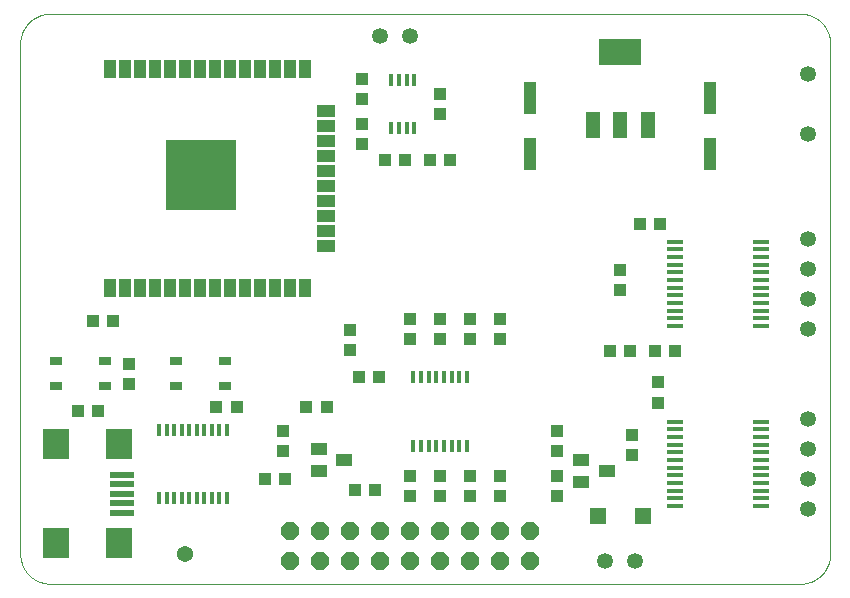
<source format=gts>
G75*
%MOIN*%
%OFA0B0*%
%FSLAX25Y25*%
%IPPOS*%
%LPD*%
%AMOC8*
5,1,8,0,0,1.08239X$1,22.5*
%
%ADD10C,0.00000*%
%ADD11C,0.05400*%
%ADD12R,0.03937X0.04331*%
%ADD13R,0.04331X0.03937*%
%ADD14R,0.04134X0.02559*%
%ADD15R,0.08661X0.09843*%
%ADD16R,0.07874X0.01969*%
%ADD17R,0.03937X0.05906*%
%ADD18R,0.05906X0.03937*%
%ADD19R,0.23622X0.23622*%
%ADD20R,0.04800X0.08800*%
%ADD21R,0.14173X0.08661*%
%ADD22R,0.05512X0.03937*%
%ADD23C,0.05315*%
%ADD24R,0.05512X0.05512*%
%ADD25R,0.03937X0.11024*%
%ADD26R,0.01200X0.03900*%
%ADD27OC8,0.06000*%
%ADD28R,0.05500X0.01370*%
%ADD29R,0.01500X0.04303*%
%ADD30R,0.01370X0.03937*%
D10*
X0027919Y0011500D02*
X0277919Y0011500D01*
X0278161Y0011503D01*
X0278402Y0011512D01*
X0278643Y0011526D01*
X0278884Y0011547D01*
X0279124Y0011573D01*
X0279364Y0011605D01*
X0279603Y0011643D01*
X0279840Y0011686D01*
X0280077Y0011736D01*
X0280312Y0011791D01*
X0280546Y0011851D01*
X0280778Y0011918D01*
X0281009Y0011989D01*
X0281238Y0012067D01*
X0281465Y0012150D01*
X0281690Y0012238D01*
X0281913Y0012332D01*
X0282133Y0012431D01*
X0282351Y0012536D01*
X0282566Y0012645D01*
X0282779Y0012760D01*
X0282989Y0012880D01*
X0283195Y0013005D01*
X0283399Y0013135D01*
X0283600Y0013270D01*
X0283797Y0013410D01*
X0283991Y0013554D01*
X0284181Y0013703D01*
X0284367Y0013857D01*
X0284550Y0014015D01*
X0284729Y0014177D01*
X0284904Y0014344D01*
X0285075Y0014515D01*
X0285242Y0014690D01*
X0285404Y0014869D01*
X0285562Y0015052D01*
X0285716Y0015238D01*
X0285865Y0015428D01*
X0286009Y0015622D01*
X0286149Y0015819D01*
X0286284Y0016020D01*
X0286414Y0016224D01*
X0286539Y0016430D01*
X0286659Y0016640D01*
X0286774Y0016853D01*
X0286883Y0017068D01*
X0286988Y0017286D01*
X0287087Y0017506D01*
X0287181Y0017729D01*
X0287269Y0017954D01*
X0287352Y0018181D01*
X0287430Y0018410D01*
X0287501Y0018641D01*
X0287568Y0018873D01*
X0287628Y0019107D01*
X0287683Y0019342D01*
X0287733Y0019579D01*
X0287776Y0019816D01*
X0287814Y0020055D01*
X0287846Y0020295D01*
X0287872Y0020535D01*
X0287893Y0020776D01*
X0287907Y0021017D01*
X0287916Y0021258D01*
X0287919Y0021500D01*
X0287919Y0191500D01*
X0287916Y0191742D01*
X0287907Y0191983D01*
X0287893Y0192224D01*
X0287872Y0192465D01*
X0287846Y0192705D01*
X0287814Y0192945D01*
X0287776Y0193184D01*
X0287733Y0193421D01*
X0287683Y0193658D01*
X0287628Y0193893D01*
X0287568Y0194127D01*
X0287501Y0194359D01*
X0287430Y0194590D01*
X0287352Y0194819D01*
X0287269Y0195046D01*
X0287181Y0195271D01*
X0287087Y0195494D01*
X0286988Y0195714D01*
X0286883Y0195932D01*
X0286774Y0196147D01*
X0286659Y0196360D01*
X0286539Y0196570D01*
X0286414Y0196776D01*
X0286284Y0196980D01*
X0286149Y0197181D01*
X0286009Y0197378D01*
X0285865Y0197572D01*
X0285716Y0197762D01*
X0285562Y0197948D01*
X0285404Y0198131D01*
X0285242Y0198310D01*
X0285075Y0198485D01*
X0284904Y0198656D01*
X0284729Y0198823D01*
X0284550Y0198985D01*
X0284367Y0199143D01*
X0284181Y0199297D01*
X0283991Y0199446D01*
X0283797Y0199590D01*
X0283600Y0199730D01*
X0283399Y0199865D01*
X0283195Y0199995D01*
X0282989Y0200120D01*
X0282779Y0200240D01*
X0282566Y0200355D01*
X0282351Y0200464D01*
X0282133Y0200569D01*
X0281913Y0200668D01*
X0281690Y0200762D01*
X0281465Y0200850D01*
X0281238Y0200933D01*
X0281009Y0201011D01*
X0280778Y0201082D01*
X0280546Y0201149D01*
X0280312Y0201209D01*
X0280077Y0201264D01*
X0279840Y0201314D01*
X0279603Y0201357D01*
X0279364Y0201395D01*
X0279124Y0201427D01*
X0278884Y0201453D01*
X0278643Y0201474D01*
X0278402Y0201488D01*
X0278161Y0201497D01*
X0277919Y0201500D01*
X0027919Y0201500D01*
X0027677Y0201497D01*
X0027436Y0201488D01*
X0027195Y0201474D01*
X0026954Y0201453D01*
X0026714Y0201427D01*
X0026474Y0201395D01*
X0026235Y0201357D01*
X0025998Y0201314D01*
X0025761Y0201264D01*
X0025526Y0201209D01*
X0025292Y0201149D01*
X0025060Y0201082D01*
X0024829Y0201011D01*
X0024600Y0200933D01*
X0024373Y0200850D01*
X0024148Y0200762D01*
X0023925Y0200668D01*
X0023705Y0200569D01*
X0023487Y0200464D01*
X0023272Y0200355D01*
X0023059Y0200240D01*
X0022849Y0200120D01*
X0022643Y0199995D01*
X0022439Y0199865D01*
X0022238Y0199730D01*
X0022041Y0199590D01*
X0021847Y0199446D01*
X0021657Y0199297D01*
X0021471Y0199143D01*
X0021288Y0198985D01*
X0021109Y0198823D01*
X0020934Y0198656D01*
X0020763Y0198485D01*
X0020596Y0198310D01*
X0020434Y0198131D01*
X0020276Y0197948D01*
X0020122Y0197762D01*
X0019973Y0197572D01*
X0019829Y0197378D01*
X0019689Y0197181D01*
X0019554Y0196980D01*
X0019424Y0196776D01*
X0019299Y0196570D01*
X0019179Y0196360D01*
X0019064Y0196147D01*
X0018955Y0195932D01*
X0018850Y0195714D01*
X0018751Y0195494D01*
X0018657Y0195271D01*
X0018569Y0195046D01*
X0018486Y0194819D01*
X0018408Y0194590D01*
X0018337Y0194359D01*
X0018270Y0194127D01*
X0018210Y0193893D01*
X0018155Y0193658D01*
X0018105Y0193421D01*
X0018062Y0193184D01*
X0018024Y0192945D01*
X0017992Y0192705D01*
X0017966Y0192465D01*
X0017945Y0192224D01*
X0017931Y0191983D01*
X0017922Y0191742D01*
X0017919Y0191500D01*
X0017919Y0021500D01*
X0017922Y0021258D01*
X0017931Y0021017D01*
X0017945Y0020776D01*
X0017966Y0020535D01*
X0017992Y0020295D01*
X0018024Y0020055D01*
X0018062Y0019816D01*
X0018105Y0019579D01*
X0018155Y0019342D01*
X0018210Y0019107D01*
X0018270Y0018873D01*
X0018337Y0018641D01*
X0018408Y0018410D01*
X0018486Y0018181D01*
X0018569Y0017954D01*
X0018657Y0017729D01*
X0018751Y0017506D01*
X0018850Y0017286D01*
X0018955Y0017068D01*
X0019064Y0016853D01*
X0019179Y0016640D01*
X0019299Y0016430D01*
X0019424Y0016224D01*
X0019554Y0016020D01*
X0019689Y0015819D01*
X0019829Y0015622D01*
X0019973Y0015428D01*
X0020122Y0015238D01*
X0020276Y0015052D01*
X0020434Y0014869D01*
X0020596Y0014690D01*
X0020763Y0014515D01*
X0020934Y0014344D01*
X0021109Y0014177D01*
X0021288Y0014015D01*
X0021471Y0013857D01*
X0021657Y0013703D01*
X0021847Y0013554D01*
X0022041Y0013410D01*
X0022238Y0013270D01*
X0022439Y0013135D01*
X0022643Y0013005D01*
X0022849Y0012880D01*
X0023059Y0012760D01*
X0023272Y0012645D01*
X0023487Y0012536D01*
X0023705Y0012431D01*
X0023925Y0012332D01*
X0024148Y0012238D01*
X0024373Y0012150D01*
X0024600Y0012067D01*
X0024829Y0011989D01*
X0025060Y0011918D01*
X0025292Y0011851D01*
X0025526Y0011791D01*
X0025761Y0011736D01*
X0025998Y0011686D01*
X0026235Y0011643D01*
X0026474Y0011605D01*
X0026714Y0011573D01*
X0026954Y0011547D01*
X0027195Y0011526D01*
X0027436Y0011512D01*
X0027677Y0011503D01*
X0027919Y0011500D01*
D11*
X0072919Y0021500D03*
D12*
X0105419Y0055654D03*
X0105419Y0062346D03*
X0127919Y0089404D03*
X0127919Y0096096D03*
X0147919Y0093154D03*
X0147919Y0099846D03*
X0157919Y0099846D03*
X0157919Y0093154D03*
X0167919Y0093154D03*
X0167919Y0099846D03*
X0177919Y0099846D03*
X0177919Y0093154D03*
X0217919Y0109404D03*
X0217919Y0116096D03*
X0230419Y0078596D03*
X0230419Y0071904D03*
X0221669Y0061096D03*
X0221669Y0054404D03*
X0196669Y0055654D03*
X0196669Y0062346D03*
X0196669Y0047346D03*
X0196669Y0040654D03*
X0177919Y0040654D03*
X0177919Y0047346D03*
X0167919Y0047346D03*
X0167919Y0040654D03*
X0157919Y0040654D03*
X0157919Y0047346D03*
X0147919Y0047346D03*
X0147919Y0040654D03*
X0054169Y0078154D03*
X0054169Y0084846D03*
X0131669Y0158154D03*
X0131669Y0164846D03*
X0131669Y0173154D03*
X0131669Y0179846D03*
X0157919Y0174846D03*
X0157919Y0168154D03*
D13*
X0161265Y0152750D03*
X0154572Y0152750D03*
X0146265Y0152750D03*
X0139572Y0152750D03*
X0224572Y0131500D03*
X0231265Y0131500D03*
X0229572Y0089000D03*
X0236265Y0089000D03*
X0221265Y0089000D03*
X0214572Y0089000D03*
X0137515Y0080250D03*
X0130822Y0080250D03*
X0120015Y0070250D03*
X0113322Y0070250D03*
X0090015Y0070250D03*
X0083322Y0070250D03*
X0099572Y0046500D03*
X0106265Y0046500D03*
X0129572Y0042750D03*
X0136265Y0042750D03*
X0048765Y0099000D03*
X0042072Y0099000D03*
X0043765Y0069000D03*
X0037072Y0069000D03*
D14*
X0029749Y0077268D03*
X0029749Y0085732D03*
X0046088Y0085732D03*
X0046088Y0077268D03*
X0069749Y0077268D03*
X0069749Y0085732D03*
X0086088Y0085732D03*
X0086088Y0077268D03*
D15*
X0050793Y0058035D03*
X0029926Y0058035D03*
X0029926Y0024965D03*
X0050793Y0024965D03*
D16*
X0051777Y0035201D03*
X0051777Y0038350D03*
X0051777Y0041500D03*
X0051777Y0044650D03*
X0051777Y0047799D03*
D17*
X0052860Y0110083D03*
X0057860Y0110083D03*
X0062860Y0110083D03*
X0067860Y0110083D03*
X0072860Y0110083D03*
X0077860Y0110083D03*
X0082860Y0110083D03*
X0087860Y0110083D03*
X0092860Y0110083D03*
X0097860Y0110083D03*
X0102860Y0110083D03*
X0107860Y0110083D03*
X0112860Y0110083D03*
X0047860Y0110083D03*
X0047860Y0182917D03*
X0052860Y0182917D03*
X0057860Y0182917D03*
X0062860Y0182917D03*
X0067860Y0182917D03*
X0072860Y0182917D03*
X0077860Y0182917D03*
X0082860Y0182917D03*
X0087860Y0182917D03*
X0092860Y0182917D03*
X0097860Y0182917D03*
X0102860Y0182917D03*
X0107860Y0182917D03*
X0112860Y0182917D03*
D18*
X0119710Y0169059D03*
X0119710Y0164059D03*
X0119710Y0159059D03*
X0119710Y0154059D03*
X0119710Y0149059D03*
X0119710Y0144059D03*
X0119710Y0139059D03*
X0119710Y0134059D03*
X0119710Y0129059D03*
X0119710Y0124059D03*
D19*
X0078175Y0147681D03*
D20*
X0208819Y0164300D03*
X0217919Y0164300D03*
X0227019Y0164300D03*
D21*
X0217919Y0188701D03*
D22*
X0117338Y0056490D03*
X0117338Y0049010D03*
X0125999Y0052750D03*
X0204838Y0052740D03*
X0204838Y0045260D03*
X0213499Y0049000D03*
D23*
X0212919Y0019000D03*
X0222919Y0019000D03*
X0280419Y0036500D03*
X0280419Y0046500D03*
X0280419Y0056500D03*
X0280419Y0066500D03*
X0280419Y0096500D03*
X0280419Y0106500D03*
X0280419Y0116500D03*
X0280419Y0126500D03*
X0280419Y0161500D03*
X0280419Y0181500D03*
X0147919Y0194000D03*
X0137919Y0194000D03*
D24*
X0210438Y0034000D03*
X0225399Y0034000D03*
D25*
X0247919Y0154748D03*
X0247919Y0173252D03*
X0187919Y0173252D03*
X0187919Y0154748D03*
D26*
X0166875Y0080487D03*
X0164316Y0080487D03*
X0161757Y0080487D03*
X0159198Y0080487D03*
X0156639Y0080487D03*
X0154080Y0080487D03*
X0151521Y0080487D03*
X0148962Y0080487D03*
X0148962Y0057513D03*
X0151521Y0057513D03*
X0154080Y0057513D03*
X0156639Y0057513D03*
X0159198Y0057513D03*
X0161757Y0057513D03*
X0164316Y0057513D03*
X0166875Y0057513D03*
D27*
X0167919Y0029000D03*
X0177919Y0029000D03*
X0187919Y0029000D03*
X0187919Y0019000D03*
X0177919Y0019000D03*
X0167919Y0019000D03*
X0157919Y0019000D03*
X0147919Y0019000D03*
X0137919Y0019000D03*
X0127919Y0019000D03*
X0117919Y0019000D03*
X0107919Y0019000D03*
X0107919Y0029000D03*
X0117919Y0029000D03*
X0127919Y0029000D03*
X0137919Y0029000D03*
X0147919Y0029000D03*
X0157919Y0029000D03*
D28*
X0236025Y0037425D03*
X0236025Y0039984D03*
X0236025Y0042543D03*
X0236025Y0045102D03*
X0236025Y0047661D03*
X0236025Y0050220D03*
X0236025Y0052780D03*
X0236025Y0055339D03*
X0236025Y0057898D03*
X0236025Y0060457D03*
X0236025Y0063016D03*
X0236025Y0065575D03*
X0264812Y0065575D03*
X0264812Y0063016D03*
X0264812Y0060457D03*
X0264812Y0057898D03*
X0264812Y0055339D03*
X0264812Y0052780D03*
X0264812Y0050220D03*
X0264812Y0047661D03*
X0264812Y0045102D03*
X0264812Y0042543D03*
X0264812Y0039984D03*
X0264812Y0037425D03*
X0264812Y0097425D03*
X0264812Y0099984D03*
X0264812Y0102543D03*
X0264812Y0105102D03*
X0264812Y0107661D03*
X0264812Y0110220D03*
X0264812Y0112780D03*
X0264812Y0115339D03*
X0264812Y0117898D03*
X0264812Y0120457D03*
X0264812Y0123016D03*
X0264812Y0125575D03*
X0236025Y0125575D03*
X0236025Y0123016D03*
X0236025Y0120457D03*
X0236025Y0117898D03*
X0236025Y0115339D03*
X0236025Y0112780D03*
X0236025Y0110220D03*
X0236025Y0107661D03*
X0236025Y0105102D03*
X0236025Y0102543D03*
X0236025Y0099984D03*
X0236025Y0097425D03*
D29*
X0086669Y0062837D03*
X0084169Y0062837D03*
X0081669Y0062837D03*
X0079169Y0062837D03*
X0076669Y0062837D03*
X0074169Y0062837D03*
X0071669Y0062837D03*
X0069169Y0062837D03*
X0066669Y0062837D03*
X0064169Y0062837D03*
X0064169Y0040163D03*
X0066669Y0040163D03*
X0069169Y0040163D03*
X0071669Y0040163D03*
X0074169Y0040163D03*
X0076669Y0040163D03*
X0079169Y0040163D03*
X0081669Y0040163D03*
X0084169Y0040163D03*
X0086669Y0040163D03*
D30*
X0141580Y0163429D03*
X0144139Y0163429D03*
X0146698Y0163429D03*
X0149257Y0163429D03*
X0149257Y0179571D03*
X0146698Y0179571D03*
X0144139Y0179571D03*
X0141580Y0179571D03*
M02*

</source>
